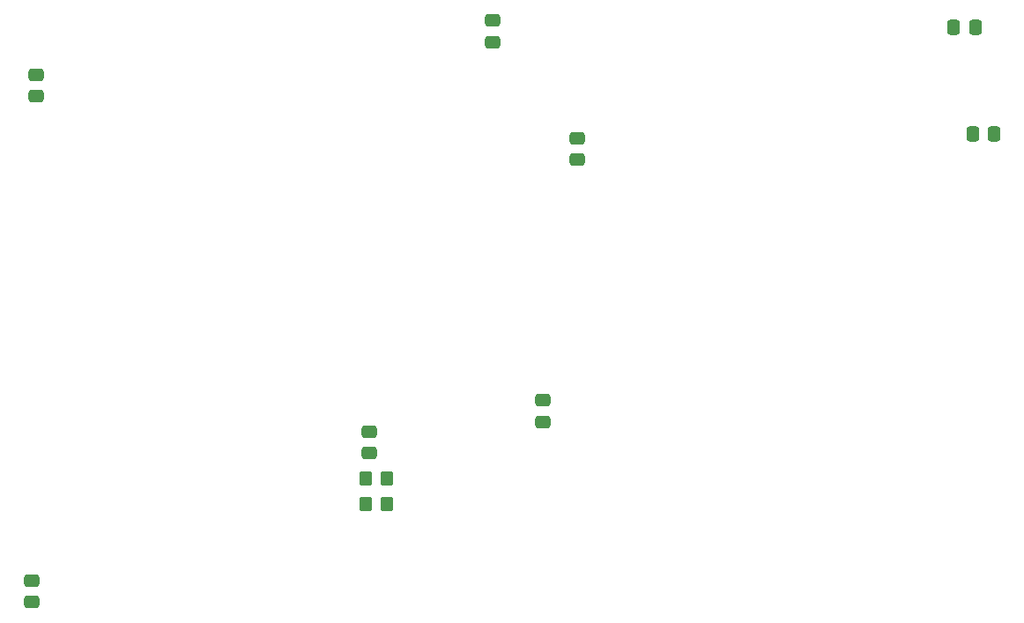
<source format=gbp>
G04 #@! TF.GenerationSoftware,KiCad,Pcbnew,8.0.2*
G04 #@! TF.CreationDate,2024-05-25T11:53:27+02:00*
G04 #@! TF.ProjectId,VFO na esp32,56464f20-6e61-4206-9573-7033322e6b69,rev?*
G04 #@! TF.SameCoordinates,Original*
G04 #@! TF.FileFunction,Paste,Bot*
G04 #@! TF.FilePolarity,Positive*
%FSLAX46Y46*%
G04 Gerber Fmt 4.6, Leading zero omitted, Abs format (unit mm)*
G04 Created by KiCad (PCBNEW 8.0.2) date 2024-05-25 11:53:27*
%MOMM*%
%LPD*%
G01*
G04 APERTURE LIST*
G04 Aperture macros list*
%AMRoundRect*
0 Rectangle with rounded corners*
0 $1 Rounding radius*
0 $2 $3 $4 $5 $6 $7 $8 $9 X,Y pos of 4 corners*
0 Add a 4 corners polygon primitive as box body*
4,1,4,$2,$3,$4,$5,$6,$7,$8,$9,$2,$3,0*
0 Add four circle primitives for the rounded corners*
1,1,$1+$1,$2,$3*
1,1,$1+$1,$4,$5*
1,1,$1+$1,$6,$7*
1,1,$1+$1,$8,$9*
0 Add four rect primitives between the rounded corners*
20,1,$1+$1,$2,$3,$4,$5,0*
20,1,$1+$1,$4,$5,$6,$7,0*
20,1,$1+$1,$6,$7,$8,$9,0*
20,1,$1+$1,$8,$9,$2,$3,0*%
G04 Aperture macros list end*
%ADD10RoundRect,0.250000X-0.475000X0.337500X-0.475000X-0.337500X0.475000X-0.337500X0.475000X0.337500X0*%
%ADD11RoundRect,0.250000X0.337500X0.475000X-0.337500X0.475000X-0.337500X-0.475000X0.337500X-0.475000X0*%
%ADD12RoundRect,0.250000X-0.337500X-0.475000X0.337500X-0.475000X0.337500X0.475000X-0.337500X0.475000X0*%
%ADD13RoundRect,0.250000X0.350000X0.450000X-0.350000X0.450000X-0.350000X-0.450000X0.350000X-0.450000X0*%
G04 APERTURE END LIST*
D10*
X153900000Y-63362500D03*
X153900000Y-65437500D03*
X142000000Y-102852500D03*
X142000000Y-104927500D03*
X162000000Y-74662500D03*
X162000000Y-76737500D03*
D11*
X200237500Y-64000000D03*
X198162500Y-64000000D03*
D12*
X199962500Y-74300000D03*
X202037500Y-74300000D03*
D10*
X109600000Y-117162500D03*
X109600000Y-119237500D03*
X110000000Y-68562500D03*
X110000000Y-70637500D03*
X158700000Y-99862500D03*
X158700000Y-101937500D03*
D13*
X143690000Y-109860000D03*
X141690000Y-109860000D03*
X143690000Y-107360000D03*
X141690000Y-107360000D03*
M02*

</source>
